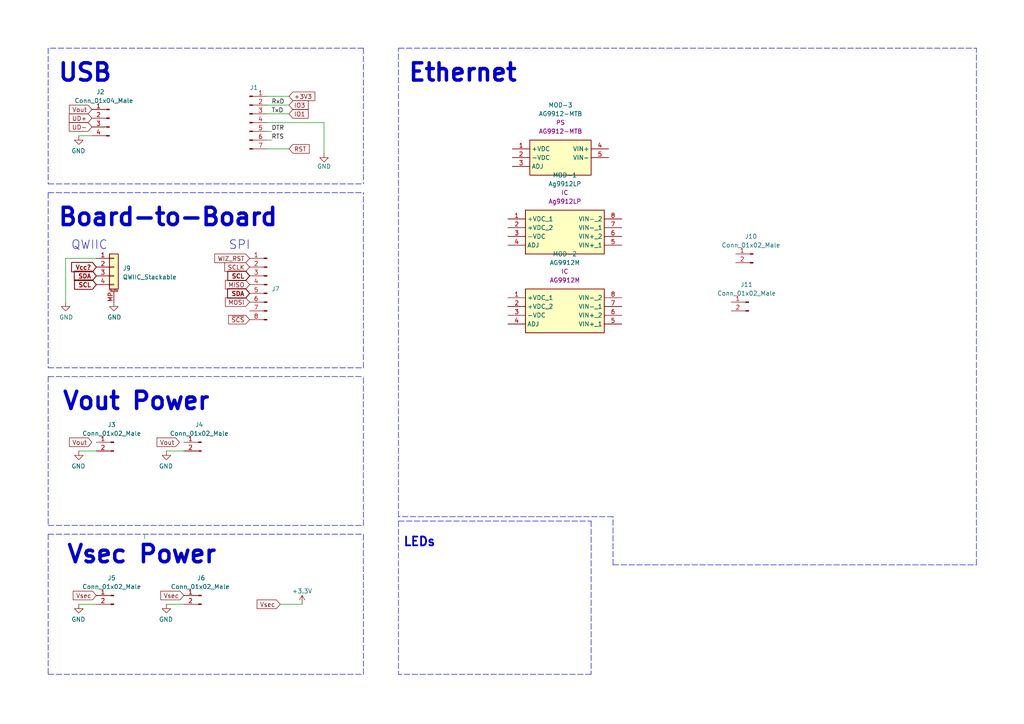
<source format=kicad_sch>
(kicad_sch (version 20211123) (generator eeschema)
  (paper "A4")
  (title_block (title "POE Spacer") (rev "0.0.0") (company "The Nerd Mage"))
  (lib_symbols
    (symbol "AG9912-MTB:AG9912-MTB"
      (property "Value" "AG9912-MTB" (at 0 0 0))
      (property "Reference_1" "PS" (at 24.13 7.62 0))
      (property "Value_1" "AG9912-MTB" (at 24.13 5.08 0))
      (symbol "AG9912-MTB_1_1"
        (rectangle (start 5.08 2.54) (end 22.86 -7.62) (stroke (width 0.254)) (fill (type background)))
        (pin passive line (at 0 0 0) (length 5.08) (name "+VDC") (number "1"))
        (pin passive line (at 0 -2.54 0) (length 5.08) (name "-VDC") (number "2"))
        (pin passive line (at 0 -5.08 0) (length 5.08) (name "ADJ") (number "3"))
        (pin passive line (at 27.94 0 180) (length 5.08) (name "VIN+") (number "4"))
        (pin passive line (at 27.94 -2.54 180) (length 5.08) (name "VIN-") (number "5"))
      )
    )
    (symbol "AG9912M:AG9912M"
      (property "Value" "AG9912M" (at 0 0 0))
      (property "Reference_1" "IC" (at 29.21 7.62 0))
      (property "Value_1" "AG9912M" (at 29.21 5.08 0))
      (symbol "AG9912M_1_1"
        (rectangle (start 5.08 2.54) (end 27.94 -10.16) (stroke (width 0.254)) (fill (type background)))
        (pin passive line (at 0 0 0) (length 5.08) (name "+VDC_1") (number "1"))
        (pin passive line (at 0 -2.54 0) (length 5.08) (name "+VDC_2") (number "2"))
        (pin passive line (at 0 -5.08 0) (length 5.08) (name "-VDC") (number "3"))
        (pin passive line (at 0 -7.62 0) (length 5.08) (name "ADJ") (number "4"))
        (pin passive line (at 33.02 -7.62 180) (length 5.08) (name "VIN+_1") (number "5"))
        (pin passive line (at 33.02 -5.08 180) (length 5.08) (name "VIN+_2") (number "6"))
        (pin passive line (at 33.02 -2.54 180) (length 5.08) (name "VIN-_1") (number "7"))
        (pin passive line (at 33.02 0 180) (length 5.08) (name "VIN-_2") (number "8"))
      )
    )
    (symbol "Ag9912LP:Ag9912LP"
      (property "Value" "Ag9912LP" (at 0 0 0))
      (property "Reference_1" "IC" (at 29.21 7.62 0))
      (property "Value_1" "Ag9912LP" (at 29.21 5.08 0))
      (symbol "Ag9912LP_1_1"
        (rectangle (start 5.08 2.54) (end 27.94 -10.16) (stroke (width 0.254)) (fill (type background)))
        (pin passive line (at 0 0 0) (length 5.08) (name "+VDC_1") (number "1"))
        (pin passive line (at 0 -2.54 0) (length 5.08) (name "+VDC_2") (number "2"))
        (pin passive line (at 0 -5.08 0) (length 5.08) (name "-VDC") (number "3"))
        (pin passive line (at 0 -7.62 0) (length 5.08) (name "ADJ") (number "4"))
        (pin passive line (at 33.02 -7.62 180) (length 5.08) (name "VIN+_1") (number "5"))
        (pin passive line (at 33.02 -5.08 180) (length 5.08) (name "VIN+_2") (number "6"))
        (pin passive line (at 33.02 -2.54 180) (length 5.08) (name "VIN-_1") (number "7"))
        (pin passive line (at 33.02 0 180) (length 5.08) (name "VIN-_2") (number "8"))
      )
    )
    (symbol "Connector:Conn_01x02_Male" (pin_names (offset 1.016) hide)
      (property "Reference" "J" (at 0 2.54 0))
      (property "Value" "Conn_01x02_Male" (at 0 -5.08 0))
      (symbol "Conn_01x02_Male_1_1"
        (polyline (pts (xy 1.27 -2.54) (xy 0.8636 -2.54)) (stroke (width 0.1524)))
        (polyline (pts (xy 1.27 0) (xy 0.8636 0)) (stroke (width 0.1524)))
        (rectangle (start 0.8636 -2.413) (end 0 -2.667) (stroke (width 0.1524)) (fill (type outline)))
        (rectangle (start 0.8636 0.127) (end 0 -0.127) (stroke (width 0.1524)) (fill (type outline)))
        (pin passive line (at 5.08 0 180) (length 3.81) (name "Pin_1") (number "1"))
        (pin passive line (at 5.08 -2.54 180) (length 3.81) (name "Pin_2") (number "2"))
      )
    )
    (symbol "Connector:Conn_01x04_Male" (pin_names (offset 1.016) hide)
      (property "Reference" "J" (at 0 5.08 0))
      (property "Value" "Conn_01x04_Male" (at 0 -7.62 0))
      (symbol "Conn_01x04_Male_1_1"
        (polyline (pts (xy 1.27 -5.08) (xy 0.8636 -5.08)) (stroke (width 0.1524)))
        (polyline (pts (xy 1.27 -2.54) (xy 0.8636 -2.54)) (stroke (width 0.1524)))
        (polyline (pts (xy 1.27 0) (xy 0.8636 0)) (stroke (width 0.1524)))
        (polyline (pts (xy 1.27 2.54) (xy 0.8636 2.54)) (stroke (width 0.1524)))
        (rectangle (start 0.8636 -4.953) (end 0 -5.207) (stroke (width 0.1524)) (fill (type outline)))
        (rectangle (start 0.8636 -2.413) (end 0 -2.667) (stroke (width 0.1524)) (fill (type outline)))
        (rectangle (start 0.8636 0.127) (end 0 -0.127) (stroke (width 0.1524)) (fill (type outline)))
        (rectangle (start 0.8636 2.667) (end 0 2.413) (stroke (width 0.1524)) (fill (type outline)))
        (pin passive line (at 5.08 2.54 180) (length 3.81) (name "Pin_1") (number "1"))
        (pin passive line (at 5.08 0 180) (length 3.81) (name "Pin_2") (number "2"))
        (pin passive line (at 5.08 -2.54 180) (length 3.81) (name "Pin_3") (number "3"))
        (pin passive line (at 5.08 -5.08 180) (length 3.81) (name "Pin_4") (number "4"))
      )
    )
    (symbol "Connector:Conn_01x07_Male" (pin_names (offset 1.016) hide)
      (property "Reference" "J" (at 0 10.16 0))
      (property "Value" "Conn_01x07_Male" (at 0 -10.16 0))
      (symbol "Conn_01x07_Male_1_1"
        (polyline (pts (xy 1.27 -7.62) (xy 0.8636 -7.62)) (stroke (width 0.1524)))
        (polyline (pts (xy 1.27 -5.08) (xy 0.8636 -5.08)) (stroke (width 0.1524)))
        (polyline (pts (xy 1.27 -2.54) (xy 0.8636 -2.54)) (stroke (width 0.1524)))
        (polyline (pts (xy 1.27 0) (xy 0.8636 0)) (stroke (width 0.1524)))
        (polyline (pts (xy 1.27 2.54) (xy 0.8636 2.54)) (stroke (width 0.1524)))
        (polyline (pts (xy 1.27 5.08) (xy 0.8636 5.08)) (stroke (width 0.1524)))
        (polyline (pts (xy 1.27 7.62) (xy 0.8636 7.62)) (stroke (width 0.1524)))
        (rectangle (start 0.8636 -7.493) (end 0 -7.747) (stroke (width 0.1524)) (fill (type outline)))
        (rectangle (start 0.8636 -4.953) (end 0 -5.207) (stroke (width 0.1524)) (fill (type outline)))
        (rectangle (start 0.8636 -2.413) (end 0 -2.667) (stroke (width 0.1524)) (fill (type outline)))
        (rectangle (start 0.8636 0.127) (end 0 -0.127) (stroke (width 0.1524)) (fill (type outline)))
        (rectangle (start 0.8636 2.667) (end 0 2.413) (stroke (width 0.1524)) (fill (type outline)))
        (rectangle (start 0.8636 5.207) (end 0 4.953) (stroke (width 0.1524)) (fill (type outline)))
        (rectangle (start 0.8636 7.747) (end 0 7.493) (stroke (width 0.1524)) (fill (type outline)))
        (pin passive line (at 5.08 7.62 180) (length 3.81) (name "Pin_1") (number "1"))
        (pin passive line (at 5.08 5.08 180) (length 3.81) (name "Pin_2") (number "2"))
        (pin passive line (at 5.08 2.54 180) (length 3.81) (name "Pin_3") (number "3"))
        (pin passive line (at 5.08 0 180) (length 3.81) (name "Pin_4") (number "4"))
        (pin passive line (at 5.08 -2.54 180) (length 3.81) (name "Pin_5") (number "5"))
        (pin passive line (at 5.08 -5.08 180) (length 3.81) (name "Pin_6") (number "6"))
        (pin passive line (at 5.08 -7.62 180) (length 3.81) (name "Pin_7") (number "7"))
      )
    )
    (symbol "Connector:Conn_01x08_Male" (pin_names (offset 1.016) hide)
      (property "Reference" "J" (at 0 10.16 0))
      (property "Value" "Conn_01x08_Male" (at 0 -12.7 0))
      (symbol "Conn_01x08_Male_1_1"
        (polyline (pts (xy 1.27 -10.16) (xy 0.8636 -10.16)) (stroke (width 0.1524)))
        (polyline (pts (xy 1.27 -7.62) (xy 0.8636 -7.62)) (stroke (width 0.1524)))
        (polyline (pts (xy 1.27 -5.08) (xy 0.8636 -5.08)) (stroke (width 0.1524)))
        (polyline (pts (xy 1.27 -2.54) (xy 0.8636 -2.54)) (stroke (width 0.1524)))
        (polyline (pts (xy 1.27 0) (xy 0.8636 0)) (stroke (width 0.1524)))
        (polyline (pts (xy 1.27 2.54) (xy 0.8636 2.54)) (stroke (width 0.1524)))
        (polyline (pts (xy 1.27 5.08) (xy 0.8636 5.08)) (stroke (width 0.1524)))
        (polyline (pts (xy 1.27 7.62) (xy 0.8636 7.62)) (stroke (width 0.1524)))
        (rectangle (start 0.8636 -10.033) (end 0 -10.287) (stroke (width 0.1524)) (fill (type outline)))
        (rectangle (start 0.8636 -7.493) (end 0 -7.747) (stroke (width 0.1524)) (fill (type outline)))
        (rectangle (start 0.8636 -4.953) (end 0 -5.207) (stroke (width 0.1524)) (fill (type outline)))
        (rectangle (start 0.8636 -2.413) (end 0 -2.667) (stroke (width 0.1524)) (fill (type outline)))
        (rectangle (start 0.8636 0.127) (end 0 -0.127) (stroke (width 0.1524)) (fill (type outline)))
        (rectangle (start 0.8636 2.667) (end 0 2.413) (stroke (width 0.1524)) (fill (type outline)))
        (rectangle (start 0.8636 5.207) (end 0 4.953) (stroke (width 0.1524)) (fill (type outline)))
        (rectangle (start 0.8636 7.747) (end 0 7.493) (stroke (width 0.1524)) (fill (type outline)))
        (pin passive line (at 5.08 7.62 180) (length 3.81) (name "Pin_1") (number "1"))
        (pin passive line (at 5.08 5.08 180) (length 3.81) (name "Pin_2") (number "2"))
        (pin passive line (at 5.08 2.54 180) (length 3.81) (name "Pin_3") (number "3"))
        (pin passive line (at 5.08 0 180) (length 3.81) (name "Pin_4") (number "4"))
        (pin passive line (at 5.08 -2.54 180) (length 3.81) (name "Pin_5") (number "5"))
        (pin passive line (at 5.08 -5.08 180) (length 3.81) (name "Pin_6") (number "6"))
        (pin passive line (at 5.08 -7.62 180) (length 3.81) (name "Pin_7") (number "7"))
        (pin passive line (at 5.08 -10.16 180) (length 3.81) (name "Pin_8") (number "8"))
      )
    )
    (symbol "Connector_QWIIC_Stackable:QWIIC_Stackable" (pin_names (offset 1.016) hide)
      (property "Reference" "J" (at 0 5.08 0))
      (property "Value" "QWIIC_Stackable" (at 1.27 -7.62 0))
      (symbol "QWIIC_Stackable_1_1"
        (rectangle (start -1.27 -4.953) (end 0 -5.207) (stroke (width 0.1524)))
        (rectangle (start -1.27 -2.413) (end 0 -2.667) (stroke (width 0.1524)))
        (rectangle (start -1.27 0.127) (end 0 -0.127) (stroke (width 0.1524)))
        (rectangle (start -1.27 2.667) (end 0 2.413) (stroke (width 0.1524)))
        (rectangle (start -1.27 3.81) (end 1.27 -6.35) (stroke (width 0.254)) (fill (type background)))
        (polyline (pts (xy -1.016 -7.112) (xy 1.016 -7.112)) (stroke (width 0.1524)))
        (text "Mounting" (at 0 -6.731 0) (effects (font (size 0.381 0.381))))
        (pin passive line (at -5.08 2.54 0) (length 3.81) (name "Pin_1") (number "1"))
        (pin passive line (at -5.08 0 0) (length 3.81) (name "Pin_2") (number "2"))
        (pin passive line (at -5.08 -2.54 0) (length 3.81) (name "Pin_3") (number "3"))
        (pin passive line (at -5.08 -5.08 0) (length 3.81) (name "Pin_4") (number "4"))
        (pin passive line (at 0 -10.16 90) (length 3.048) (name "MountPin") (number "MP"))
      )
    )
    (symbol "power:+3.3V" (power) (pin_names (offset 0))
      (property "Value" "+3.3V" (at 0 3.556 0))
      (symbol "+3.3V_0_1"
        (polyline (pts (xy -0.762 1.27) (xy 0 2.54)))
        (polyline (pts (xy 0 0) (xy 0 2.54)))
        (polyline (pts (xy 0 2.54) (xy 0.762 1.27)))
      )
      (symbol "+3.3V_1_1"
        (pin power_in line (at 0 0 90) (length 0) hide (name "+3.3V") (number "1"))
      )
    )
    (symbol "power:GND" (power) (pin_names (offset 0))
      (property "Value" "GND" (at 0 -3.81 0))
      (symbol "GND_0_1"
        (polyline (pts (xy 0 0) (xy 0 -1.27) (xy 1.27 -1.27) (xy 0 -2.54) (xy -1.27 -1.27) (xy 0 -1.27)))
      )
      (symbol "GND_1_1"
        (pin power_in line (at 0 0 270) (length 0) hide (name "GND") (number "1"))
      )
    )
  )
  (polyline (pts (xy 303.53 15.24) (xy 303.53 20.32)))
  (polyline (pts (xy -3.81 109.22) (xy -3.81 58.42)))
  (polyline (pts (xy 115.57 151.13) (xy 171.45 151.13)))
  (polyline (pts (xy 105.41 13.97) (xy 105.41 53.34)))
  (wire (pts (xy 77.47 27.94) (xy 83.82 27.94)))
  (polyline (pts (xy 105.41 13.97) (xy 13.97 13.97)))
  (polyline (pts (xy 13.97 152.4) (xy 105.41 152.4)))
  (polyline (pts (xy 115.57 151.13) (xy 115.57 195.58)))
  (polyline (pts (xy 13.97 55.88) (xy 105.41 55.88)))
  (polyline (pts (xy 105.41 152.4) (xy 105.41 109.22)))
  (wire (pts (xy 77.47 33.02) (xy 83.82 33.02)))
  (wire (pts (xy 27.94 74.93) (xy 19.05 74.93)))
  (polyline (pts (xy 13.97 154.94) (xy 105.41 154.94)))
  (polyline (pts (xy 13.97 109.22) (xy 13.97 152.4)))
  (polyline (pts (xy 171.45 195.58) (xy 115.57 195.58)))
  (polyline (pts (xy 13.97 195.58) (xy 105.41 195.58)))
  (wire (pts (xy 26.67 39.37) (xy 22.86 39.37)))
  (polyline (pts (xy 13.97 53.34) (xy 105.41 53.34)))
  (polyline (pts (xy 115.57 149.86) (xy 115.57 13.97)))
  (polyline (pts (xy 105.41 195.58) (xy 105.41 154.94)))
  (polyline (pts (xy 13.97 154.94) (xy 13.97 195.58)))
  (wire (pts (xy 77.47 43.18) (xy 83.82 43.18)))
  (polyline (pts (xy 115.57 13.97) (xy 283.21 13.97)))
  (polyline (pts (xy 177.8 149.86) (xy 115.57 149.86)))
  (polyline (pts (xy 13.97 13.97) (xy 13.97 53.34)))
  (wire (pts (xy 93.98 35.56) (xy 77.47 35.56)))
  (wire (pts (xy 48.26 130.81) (xy 53.34 130.81)))
  (wire (pts (xy 22.86 130.81) (xy 27.94 130.81)))
  (wire (pts (xy 77.47 40.64) (xy 78.74 40.64)))
  (polyline (pts (xy 177.8 163.83) (xy 177.8 149.86)))
  (wire (pts (xy 77.47 30.48) (xy 83.82 30.48)))
  (wire (pts (xy 41.91 156.21) (xy 41.91 154.94)))
  (polyline (pts (xy 13.97 106.68) (xy 105.41 106.68)))
  (wire (pts (xy 48.26 175.26) (xy 53.34 175.26)))
  (wire (pts (xy 93.98 44.45) (xy 93.98 35.56)))
  (polyline (pts (xy 177.8 163.83) (xy 283.21 163.83)))
  (polyline (pts (xy 13.97 55.88) (xy 13.97 106.68)))
  (wire (pts (xy 19.05 74.93) (xy 19.05 87.63)))
  (polyline (pts (xy 171.45 151.13) (xy 171.45 195.58)))
  (wire (pts (xy 81.28 175.26) (xy 87.63 175.26)))
  (wire (pts (xy 77.47 38.1) (xy 78.74 38.1)))
  (polyline (pts (xy 283.21 163.83) (xy 283.21 13.97)))
  (polyline (pts (xy 13.97 109.22) (xy 105.41 109.22)))
  (polyline (pts (xy 105.41 106.68) (xy 105.41 55.88)))
  (wire (pts (xy 22.86 175.26) (xy 27.94 175.26)))
  (text "Vsec Power" (at 19.05 163.83 0) (effects (font (size 5 5) (thickness 1) bold) (justify left bottom)))
  (text "Vout Power" (at 17.78 119.38 0) (effects (font (size 5 5) (thickness 1) bold) (justify left bottom)))
  (text "QWIIC" (at 20.5922 72.6475 0) (effects (font (size 2.54 2.54)) (justify left bottom)))
  (text "Board-to-Board" (at 16.51 66.04 0) (effects (font (size 5 5) (thickness 1) bold) (justify left bottom)))
  (text "ethernet connector is upside down for the cable clip / to be able to remove the cable" (at 543.56 215.9 0) (effects (font (size 2.5 2.5)) (justify left bottom)))
  (text "USB" (at 16.51 24.13 0) (effects (font (size 5 5) (thickness 1) bold) (justify left bottom)))
  (text "Ethernet" (at 118.11 24.13 0) (effects (font (size 5 5) (thickness 1) bold) (justify left bottom)))
  (text "SPI" (at 66.3122 72.6475 0) (effects (font (size 2.54 2.54)) (justify left bottom)))
  (text "LEDs" (at 116.84 158.75 180) (effects (font (size 2.54 2.54) (thickness 0.508) bold) (justify left bottom)))
  (label "TxD" (at 78.74 33.02 0))
  (label "DTR" (at 78.74 38.1 0))
  (label "RTS" (at 78.74 40.64 0))
  (label "RxD" (at 78.74 30.48 0))
  (global_label "MOSI" (shape input) (at 72.39 87.63 180) (property "Intersheet References" "${INTERSHEET_REFS}" (effects hide)))
  (global_label "SCLK" (shape input) (at 72.39 77.47 180) (property "Intersheet References" "${INTERSHEET_REFS}" (effects hide)))
  (global_label "SDA" (shape input) (at 72.39 85.09 180) (effects (font bold)) (property "Intersheet References" "${INTERSHEET_REFS}" (effects hide)))
  (global_label "Vcc?" (shape input) (at 27.94 77.47 180) (effects (font (thickness 0.254) bold)) (property "Intersheet References" "${INTERSHEET_REFS}" (effects hide)))
  (global_label "Vout" (shape input) (at 26.67 31.75 180) (property "Intersheet References" "${INTERSHEET_REFS}" (effects hide)))
  (global_label "Vout" (shape input) (at 26.67 128.27 180) (property "Intersheet References" "${INTERSHEET_REFS}" (effects hide)))
  (global_label "IO3" (shape input) (at 83.82 30.48 0) (property "Intersheet References" "${INTERSHEET_REFS}" (effects hide)))
  (global_label "Vsec" (shape input) (at 81.28 175.26 180) (property "Intersheet References" "${INTERSHEET_REFS}" (effects hide)))
  (global_label "Vout" (shape input) (at 52.07 128.27 180) (property "Intersheet References" "${INTERSHEET_REFS}" (effects hide)))
  (global_label "Vsec" (shape input) (at 27.94 172.72 180) (property "Intersheet References" "${INTERSHEET_REFS}" (effects hide)))
  (global_label "IO1" (shape input) (at 83.82 33.02 0) (property "Intersheet References" "${INTERSHEET_REFS}" (effects hide)))
  (global_label "UD-" (shape input) (at 26.67 36.83 180) (property "Intersheet References" "${INTERSHEET_REFS}" (effects hide)))
  (global_label "WIZ_RST" (shape input) (at 72.39 74.93 180) (property "Intersheet References" "${INTERSHEET_REFS}" (effects hide)))
  (global_label "~{SCS}" (shape input) (at 72.39 92.71 180) (property "Intersheet References" "${INTERSHEET_REFS}" (effects hide)))
  (global_label "SDA" (shape input) (at 27.94 80.01 180) (effects (font bold)) (property "Intersheet References" "${INTERSHEET_REFS}" (effects hide)))
  (global_label "SCL" (shape input) (at 72.39 80.01 180) (effects (font (thickness 0.254) bold)) (property "Intersheet References" "${INTERSHEET_REFS}" (effects hide)))
  (global_label "+3V3" (shape input) (at 83.82 27.94 0) (property "Intersheet References" "${INTERSHEET_REFS}" (effects hide)))
  (global_label "SCL" (shape input) (at 27.94 82.55 180) (effects (font (thickness 0.254) bold)) (property "Intersheet References" "${INTERSHEET_REFS}" (effects hide)))
  (global_label "MISO" (shape input) (at 72.39 82.55 180) (property "Intersheet References" "${INTERSHEET_REFS}" (effects hide)))
  (global_label "Vsec" (shape input) (at 53.34 172.72 180) (property "Intersheet References" "${INTERSHEET_REFS}" (effects hide)))
  (global_label "UD+" (shape input) (at 26.67 34.29 180) (property "Intersheet References" "${INTERSHEET_REFS}" (effects hide)))
  (global_label "RST" (shape input) (at 83.82 43.18 0) (property "Intersheet References" "${INTERSHEET_REFS}" (effects hide)))
  (symbol (lib_id "AG9912M:AG9912M") (at 147.32 86.36 0) (unit 1) (in_bom no) (on_board no)
    (property "Reference" "MOD-2" (at 163.83 73.66 0))
    (property "Value" "AG9912M" (at 163.83 76.2 0))
    (property "Reference_1" "IC" (at 163.83 78.74 0))
    (property "Value_1" "AG9912M" (at 163.83 81.28 0))
    (property "Footprint_1" "AG9912M" (effects hide))
    (property "Datasheet_1" "https://www.mouser.com/datasheet/2/1048/Ag9900M-datasheet-ultra-miniature-isolated-Power-o-1804309.pdf" (effects hide))
    (property "Height" "13.85" (effects hide))
    (property "Manufacturer_Name" "Silvertel" (effects hide))
    (property "Manufacturer_Part_Number" "AG9912M" (effects hide))
    (property "Mouser Part Number" "480-AG9912M" (effects hide))
    (property "Mouser Price/Stock" "https://www.mouser.co.uk/ProductDetail/Silvertel/Ag9912M?qs=OlC7AqGiEDkycJrCl2xLig%3D%3D" (effects hide))
  )
  (symbol (lib_id "Connector:Conn_01x02_Male") (at 33.02 128.27 0) (mirror y) (unit 1) (in_bom no)
    (property "Reference" "J3" (at 32.385 123.19 0))
    (property "Value" "Conn_01x02_Male" (at 32.385 125.73 0))
    (property "Footprint" "Tinker:Board_Stacker_2" (effects hide))
  )
  (symbol (lib_id "Connector:Conn_01x02_Male") (at 217.17 87.63 0) (mirror y) (unit 1) (in_bom no)
    (property "Reference" "J11" (at 216.535 82.55 0))
    (property "Value" "Conn_01x02_Male" (at 216.535 85.09 0))
    (property "Footprint" "Tinker:Board_Stacker_2" (effects hide))
  )
  (symbol (lib_id "power:GND") (at 22.86 39.37 0) (mirror y) (unit 1)
    (property "Reference" "#PWR0106" (effects hide))
    (property "Value" "GND" (at 22.733 43.7642 0))
  )
  (symbol (lib_id "Connector:Conn_01x02_Male") (at 58.42 128.27 0) (mirror y) (unit 1) (in_bom no)
    (property "Reference" "J4" (at 57.785 123.19 0))
    (property "Value" "Conn_01x02_Male" (at 57.785 125.73 0))
    (property "Footprint" "Tinker:Board_Stacker_2" (effects hide))
  )
  (symbol (lib_id "AG9912-MTB:AG9912-MTB") (at 148.59 43.18 0) (unit 1) (in_bom no) (on_board no)
    (property "Reference" "MOD-3" (at 162.56 30.48 0))
    (property "Value" "AG9912-MTB" (at 162.56 33.02 0))
    (property "Reference_1" "PS" (at 162.56 35.56 0))
    (property "Value_1" "AG9912-MTB" (at 162.56 38.1 0))
    (property "Footprint_1" "AG9912MTB" (effects hide))
    (property "Datasheet_1" "https://silvertel.com/images/datasheets/Ag9900M-datasheet-ultra-miniature-isolated-Power-over-Ethernet-POE-module.pdf" (effects hide))
    (property "Height" "13.9" (effects hide))
    (property "Manufacturer_Name" "Silvertel" (effects hide))
    (property "Manufacturer_Part_Number" "AG9912-MTB" (effects hide))
    (property "Mouser Part Number" "480-AG9912-MTB" (effects hide))
    (property "Mouser Price/Stock" "https://www.mouser.co.uk/ProductDetail/Silvertel/AG9912-MTB?qs=vvQtp7zwQdOqoQu0dV4pzA%3D%3D" (effects hide))
  )
  (symbol (lib_id "power:GND") (at 93.98 44.45 0) (unit 1)
    (property "Reference" "#PWR0103" (effects hide))
    (property "Value" "GND" (at 93.98 48.26 0))
  )
  (symbol (lib_id "power:GND") (at 22.86 130.81 0) (mirror y) (unit 1)
    (property "Reference" "#PWR0104" (effects hide))
    (property "Value" "GND" (at 22.733 135.2042 0))
  )
  (symbol (lib_id "Ag9912LP:Ag9912LP") (at 147.32 63.5 0) (unit 1) (in_bom no) (on_board no)
    (property "Reference" "MOD-1" (at 163.83 50.8 0))
    (property "Value" "Ag9912LP" (at 163.83 53.34 0))
    (property "Reference_1" "IC" (at 163.83 55.88 0))
    (property "Value_1" "Ag9912LP" (at 163.83 58.42 0))
    (property "Footprint_1" "Ag9912LP" (effects hide))
    (property "Datasheet_1" "https://au.mouser.com/datasheet/2/1048/Ag9900M-datasheet-ultra-miniature-isolated-Power-o-1804309.pdf" (effects hide))
    (property "Height" "8" (effects hide))
    (property "Manufacturer_Name" "Silvertel" (effects hide))
    (property "Manufacturer_Part_Number" "Ag9912LP" (effects hide))
    (property "Mouser Part Number" "480-AG9912LP" (effects hide))
    (property "Mouser Price/Stock" "https://www.mouser.co.uk/ProductDetail/Silvertel/Ag9912LP?qs=OlC7AqGiEDllGSVQiYaPRA%3D%3D" (effects hide))
  )
  (symbol (lib_id "power:GND") (at 48.26 175.26 0) (mirror y) (unit 1)
    (property "Reference" "#PWR0101" (effects hide))
    (property "Value" "GND" (at 48.133 179.6542 0))
  )
  (symbol (lib_id "power:GND") (at 48.26 130.81 0) (mirror y) (unit 1)
    (property "Reference" "#PWR0102" (effects hide))
    (property "Value" "GND" (at 48.133 135.2042 0))
  )
  (symbol (lib_id "power:GND") (at 22.86 175.26 0) (mirror y) (unit 1)
    (property "Reference" "#PWR0120" (effects hide))
    (property "Value" "GND" (at 22.733 179.6542 0))
  )
  (symbol (lib_id "Connector:Conn_01x07_Male") (at 72.39 35.56 0) (unit 1) (in_bom no) (on_board no)
    (property "Reference" "J1" (at 73.66 25.4 0))
    (property "Value" "Conn_01x07_Male" (effects hide))
    (property "Footprint" "Tinker:Board_Stacker_7" (effects hide))
    (property "Note" "Footprint only" (effects hide))
  )
  (symbol (lib_id "Connector_QWIIC_Stackable:QWIIC_Stackable") (at 33.02 77.47 0) (unit 1) (in_bom no)
    (property "Reference" "J9" (at 35.56 77.8255 0) (effects (justify left)))
    (property "Value" "QWIIC_Stackable" (at 35.56 80.3655 0) (effects (justify left)))
    (property "Footprint" "Tinker:QWIIC_Stack_II" (effects hide))
  )
  (symbol (lib_id "Connector:Conn_01x02_Male") (at 58.42 172.72 0) (mirror y) (unit 1) (in_bom no)
    (property "Reference" "J6" (at 57.15 167.64 0) (effects (justify right)))
    (property "Value" "Conn_01x02_Male" (at 49.53 170.18 0) (effects (justify right)))
    (property "Footprint" "Tinker:Board_Stacker_2" (effects hide))
  )
  (symbol (lib_id "power:+3.3V") (at 87.63 175.26 0) (unit 1)
    (property "Reference" "#PWR0116" (effects hide))
    (property "Value" "+3.3V" (at 87.63 171.45 0))
  )
  (symbol (lib_id "power:GND") (at 33.02 87.63 0) (unit 1)
    (property "Reference" "#PWR0123" (effects hide))
    (property "Value" "GND" (at 33.147 92.0242 0))
  )
  (symbol (lib_id "Connector:Conn_01x08_Male") (at 77.47 82.55 0) (mirror y) (unit 1) (in_bom no)
    (property "Reference" "J7" (at 78.74 83.8199 0) (effects (justify right)))
    (property "Value" "Conn_01x08_Male" (effects hide))
    (property "Footprint" "Tinker:PinHeader_2x04_P1.27mm_Vertical" (effects hide))
    (property "LCSC" "C2881786 + C2684732" (effects hide))
  )
  (symbol (lib_id "Connector:Conn_01x04_Male") (at 31.75 34.29 0) (mirror y) (unit 1) (in_bom no) (on_board no)
    (property "Reference" "J2" (at 27.94 26.67 0) (effects (justify right)))
    (property "Value" "Conn_01x04_Male" (at 21.59 29.21 0) (effects (justify right)))
    (property "Footprint" "Tinker:Board_Stacker_4" (effects hide))
  )
  (symbol (lib_id "power:GND") (at 19.05 87.63 0) (unit 1)
    (property "Reference" "#PWR0124" (effects hide))
    (property "Value" "GND" (at 19.177 92.0242 0))
  )
  (symbol (lib_id "Connector:Conn_01x02_Male") (at 218.44 73.66 0) (mirror y) (unit 1) (in_bom no)
    (property "Reference" "J10" (at 217.805 68.58 0))
    (property "Value" "Conn_01x02_Male" (at 217.805 71.12 0))
    (property "Footprint" "Tinker:Board_Stacker_2" (effects hide))
  )
  (symbol (lib_id "Connector:Conn_01x02_Male") (at 33.02 172.72 0) (mirror y) (unit 1) (in_bom no)
    (property "Reference" "J5" (at 32.385 167.64 0))
    (property "Value" "Conn_01x02_Male" (at 32.385 170.18 0))
    (property "Footprint" "Tinker:Board_Stacker_2" (effects hide))
  )
)
</source>
